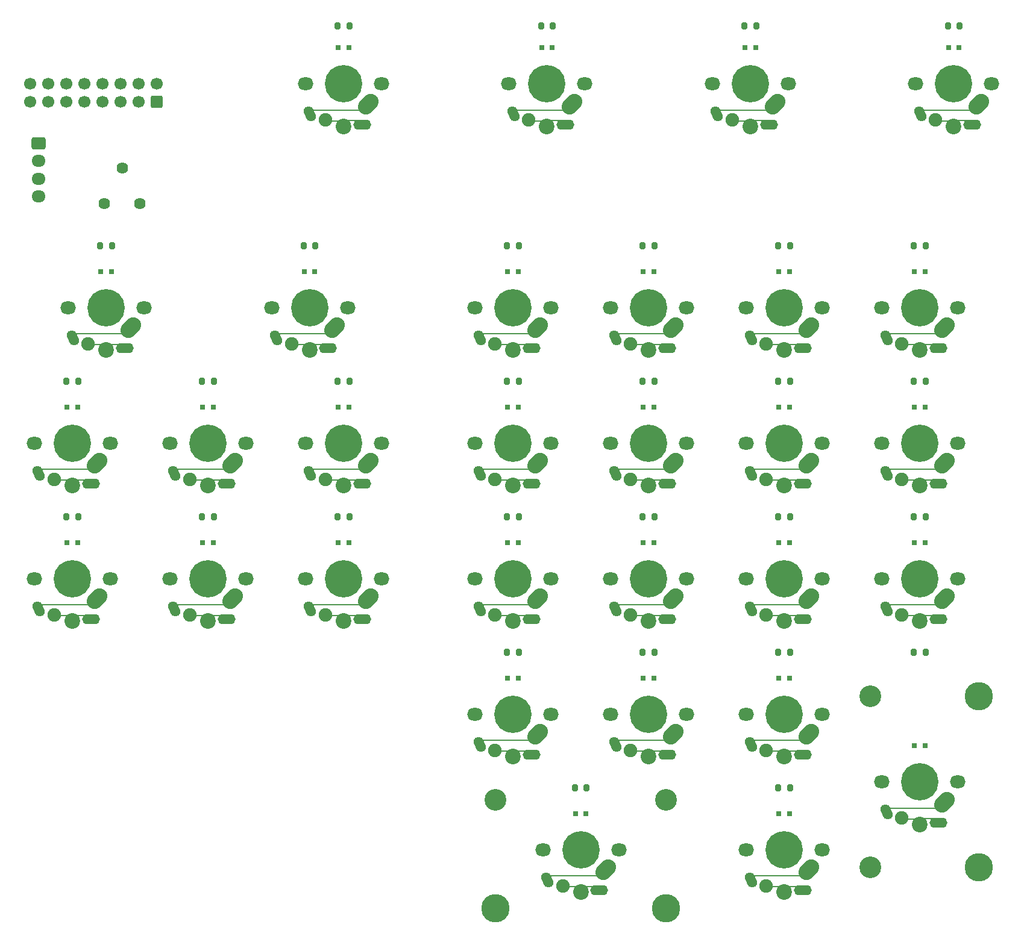
<source format=gbr>
%TF.GenerationSoftware,KiCad,Pcbnew,(7.0.0)*%
%TF.CreationDate,2023-04-09T14:25:35-07:00*%
%TF.ProjectId,SidecarXE85-keyboard,53696465-6361-4725-9845-38352d6b6579,rev?*%
%TF.SameCoordinates,Original*%
%TF.FileFunction,Soldermask,Top*%
%TF.FilePolarity,Negative*%
%FSLAX46Y46*%
G04 Gerber Fmt 4.6, Leading zero omitted, Abs format (unit mm)*
G04 Created by KiCad (PCBNEW (7.0.0)) date 2023-04-09 14:25:35*
%MOMM*%
%LPD*%
G01*
G04 APERTURE LIST*
G04 Aperture macros list*
%AMRoundRect*
0 Rectangle with rounded corners*
0 $1 Rounding radius*
0 $2 $3 $4 $5 $6 $7 $8 $9 X,Y pos of 4 corners*
0 Add a 4 corners polygon primitive as box body*
4,1,4,$2,$3,$4,$5,$6,$7,$8,$9,$2,$3,0*
0 Add four circle primitives for the rounded corners*
1,1,$1+$1,$2,$3*
1,1,$1+$1,$4,$5*
1,1,$1+$1,$6,$7*
1,1,$1+$1,$8,$9*
0 Add four rect primitives between the rounded corners*
20,1,$1+$1,$2,$3,$4,$5,0*
20,1,$1+$1,$4,$5,$6,$7,0*
20,1,$1+$1,$6,$7,$8,$9,0*
20,1,$1+$1,$8,$9,$2,$3,0*%
%AMHorizOval*
0 Thick line with rounded ends*
0 $1 width*
0 $2 $3 position (X,Y) of the first rounded end (center of the circle)*
0 $4 $5 position (X,Y) of the second rounded end (center of the circle)*
0 Add line between two ends*
20,1,$1,$2,$3,$4,$5,0*
0 Add two circle primitives to create the rounded ends*
1,1,$1,$2,$3*
1,1,$1,$4,$5*%
G04 Aperture macros list end*
%ADD10RoundRect,0.200000X0.200000X0.275000X-0.200000X0.275000X-0.200000X-0.275000X0.200000X-0.275000X0*%
%ADD11O,2.200000X1.800000*%
%ADD12C,5.250000*%
%ADD13HorizOval,1.400000X-0.169047X0.362523X0.169047X-0.362523X0*%
%ADD14R,6.832600X0.228600*%
%ADD15HorizOval,2.200000X-0.353553X-0.353553X0.353553X0.353553X0*%
%ADD16C,1.900000*%
%ADD17R,1.312000X0.254000*%
%ADD18C,2.200000*%
%ADD19R,1.758000X0.284000*%
%ADD20O,2.500000X1.400000*%
%ADD21R,0.800000X0.800000*%
%ADD22C,3.048000*%
%ADD23C,3.987800*%
%ADD24C,1.620000*%
%ADD25RoundRect,0.250000X0.600000X-0.600000X0.600000X0.600000X-0.600000X0.600000X-0.600000X-0.600000X0*%
%ADD26C,1.700000*%
%ADD27RoundRect,0.250000X-0.725000X0.600000X-0.725000X-0.600000X0.725000X-0.600000X0.725000X0.600000X0*%
%ADD28O,1.950000X1.700000*%
G04 APERTURE END LIST*
D10*
%TO.C,R6*%
X134175000Y-32146875D03*
X132525000Y-32146875D03*
%TD*%
D11*
%TO.C,SW8*%
X132782499Y-128904999D03*
D12*
X138112500Y-128905000D03*
D11*
X143442499Y-128904999D03*
D13*
X133412499Y-133154999D03*
D14*
X136893299Y-132587999D03*
D15*
X141612499Y-131774999D03*
D16*
X135572500Y-133985000D03*
D17*
X136842499Y-134111999D03*
D18*
X138112500Y-134905000D03*
D19*
X139372499Y-134096999D03*
D20*
X140712499Y-134654999D03*
D21*
X138862499Y-123824999D03*
X137362499Y-123824999D03*
%TD*%
D10*
%TO.C,R28*%
X157987500Y-101203125D03*
X156337500Y-101203125D03*
%TD*%
%TO.C,R11*%
X100837500Y-63103125D03*
X99187500Y-63103125D03*
%TD*%
%TO.C,R24*%
X72262500Y-63103125D03*
X70612500Y-63103125D03*
%TD*%
D11*
%TO.C,SW5*%
X70869999Y-40304999D03*
D12*
X76200000Y-40305000D03*
D11*
X81529999Y-40304999D03*
D13*
X71499999Y-44554999D03*
D14*
X74980799Y-43987999D03*
D15*
X79699999Y-43174999D03*
D16*
X73660000Y-45385000D03*
D17*
X74929999Y-45511999D03*
D18*
X76200000Y-46305000D03*
D19*
X77459999Y-45496999D03*
D20*
X78799999Y-46054999D03*
D21*
X76949999Y-35224999D03*
X75449999Y-35224999D03*
%TD*%
D10*
%TO.C,R16*%
X119887500Y-82153125D03*
X118237500Y-82153125D03*
%TD*%
D11*
%TO.C,SW23*%
X94682499Y-109854999D03*
D12*
X100012500Y-109855000D03*
D11*
X105342499Y-109854999D03*
D13*
X95312499Y-114104999D03*
D14*
X98793299Y-113537999D03*
D15*
X103512499Y-112724999D03*
D16*
X97472500Y-114935000D03*
D17*
X98742499Y-115061999D03*
D18*
X100012500Y-115855000D03*
D19*
X101272499Y-115046999D03*
D20*
X102612499Y-115604999D03*
D21*
X100762499Y-104774999D03*
X99262499Y-104774999D03*
%TD*%
D22*
%TO.C,SW4*%
X97537500Y-140970000D03*
D23*
X97537500Y-156210000D03*
D11*
X104207499Y-147954999D03*
D12*
X109537500Y-147955000D03*
D11*
X114867499Y-147954999D03*
D22*
X121537500Y-140970000D03*
D23*
X121537500Y-156210000D03*
D13*
X104837499Y-152204999D03*
D14*
X108318299Y-151637999D03*
D15*
X113037499Y-150824999D03*
D16*
X106997500Y-153035000D03*
D17*
X108267499Y-153161999D03*
D18*
X109537500Y-153955000D03*
D19*
X110797499Y-153146999D03*
D20*
X112137499Y-153704999D03*
D21*
X110287499Y-142874999D03*
X108787499Y-142874999D03*
%TD*%
D11*
%TO.C,SW11*%
X94682499Y-71754999D03*
D12*
X100012500Y-71755000D03*
D11*
X105342499Y-71754999D03*
D13*
X95312499Y-76004999D03*
D14*
X98793299Y-75437999D03*
D15*
X103512499Y-74624999D03*
D16*
X97472500Y-76835000D03*
D17*
X98742499Y-76961999D03*
D18*
X100012500Y-77755000D03*
D19*
X101272499Y-76946999D03*
D20*
X102612499Y-77504999D03*
D21*
X100762499Y-66674999D03*
X99262499Y-66674999D03*
%TD*%
D10*
%TO.C,R17*%
X100837500Y-82153125D03*
X99187500Y-82153125D03*
%TD*%
%TO.C,R14*%
X38925000Y-101203125D03*
X37275000Y-101203125D03*
%TD*%
D11*
%TO.C,SW27*%
X151832499Y-71754999D03*
D12*
X157162500Y-71755000D03*
D11*
X162492499Y-71754999D03*
D13*
X152462499Y-76004999D03*
D14*
X155943299Y-75437999D03*
D15*
X160662499Y-74624999D03*
D16*
X154622500Y-76835000D03*
D17*
X155892499Y-76961999D03*
D18*
X157162500Y-77755000D03*
D19*
X158422499Y-76946999D03*
D20*
X159762499Y-77504999D03*
D21*
X157912499Y-66674999D03*
X156412499Y-66674999D03*
%TD*%
D10*
%TO.C,R20*%
X57975000Y-101203125D03*
X56325000Y-101203125D03*
%TD*%
%TO.C,R19*%
X57975000Y-82153125D03*
X56325000Y-82153125D03*
%TD*%
%TO.C,R1*%
X157987500Y-82153125D03*
X156337500Y-82153125D03*
%TD*%
D11*
%TO.C,SW18*%
X113732499Y-71754999D03*
D12*
X119062500Y-71755000D03*
D11*
X124392499Y-71754999D03*
D13*
X114362499Y-76004999D03*
D14*
X117843299Y-75437999D03*
D15*
X122562499Y-74624999D03*
D16*
X116522500Y-76835000D03*
D17*
X117792499Y-76961999D03*
D18*
X119062500Y-77755000D03*
D19*
X120322499Y-76946999D03*
D20*
X121662499Y-77504999D03*
D21*
X119812499Y-66674999D03*
X118312499Y-66674999D03*
%TD*%
D11*
%TO.C,SW30*%
X70869999Y-90804999D03*
D12*
X76200000Y-90805000D03*
D11*
X81529999Y-90804999D03*
D13*
X71499999Y-95054999D03*
D14*
X74980799Y-94487999D03*
D15*
X79699999Y-93674999D03*
D16*
X73660000Y-95885000D03*
D17*
X74929999Y-96011999D03*
D18*
X76200000Y-96805000D03*
D19*
X77459999Y-95996999D03*
D20*
X78799999Y-96554999D03*
D21*
X76949999Y-85724999D03*
X75449999Y-85724999D03*
%TD*%
D11*
%TO.C,SW6*%
X128019999Y-40304999D03*
D12*
X133350000Y-40305000D03*
D11*
X138679999Y-40304999D03*
D13*
X128649999Y-44554999D03*
D14*
X132130799Y-43987999D03*
D15*
X136849999Y-43174999D03*
D16*
X130810000Y-45385000D03*
D17*
X132079999Y-45511999D03*
D18*
X133350000Y-46305000D03*
D19*
X134609999Y-45496999D03*
D20*
X135949999Y-46054999D03*
D21*
X134099999Y-35224999D03*
X132599999Y-35224999D03*
%TD*%
D11*
%TO.C,SW9*%
X113732499Y-128904999D03*
D12*
X119062500Y-128905000D03*
D11*
X124392499Y-128904999D03*
D13*
X114362499Y-133154999D03*
D14*
X117843299Y-132587999D03*
D15*
X122562499Y-131774999D03*
D16*
X116522500Y-133985000D03*
D17*
X117792499Y-134111999D03*
D18*
X119062500Y-134905000D03*
D19*
X120322499Y-134096999D03*
D20*
X121662499Y-134654999D03*
D21*
X119812499Y-123824999D03*
X118312499Y-123824999D03*
%TD*%
D11*
%TO.C,SW16*%
X113732499Y-90804999D03*
D12*
X119062500Y-90805000D03*
D11*
X124392499Y-90804999D03*
D13*
X114362499Y-95054999D03*
D14*
X117843299Y-94487999D03*
D15*
X122562499Y-93674999D03*
D16*
X116522500Y-95885000D03*
D17*
X117792499Y-96011999D03*
D18*
X119062500Y-96805000D03*
D19*
X120322499Y-95996999D03*
D20*
X121662499Y-96554999D03*
D21*
X119812499Y-85724999D03*
X118312499Y-85724999D03*
%TD*%
D10*
%TO.C,R29*%
X43687500Y-63103125D03*
X42037500Y-63103125D03*
%TD*%
D22*
%TO.C,SW2*%
X150177500Y-126430000D03*
X150177500Y-150430000D03*
D11*
X151832499Y-138429999D03*
D12*
X157162500Y-138430000D03*
D11*
X162492499Y-138429999D03*
D23*
X165417500Y-126430000D03*
X165417500Y-150430000D03*
D13*
X152462499Y-142679999D03*
D14*
X155943299Y-142112999D03*
D15*
X160662499Y-141299999D03*
D16*
X154622500Y-143510000D03*
D17*
X155892499Y-143636999D03*
D18*
X157162500Y-144430000D03*
D19*
X158422499Y-143621999D03*
D20*
X159762499Y-144179999D03*
D21*
X157912499Y-133349999D03*
X156412499Y-133349999D03*
%TD*%
D10*
%TO.C,R25*%
X77025000Y-101203125D03*
X75375000Y-101203125D03*
%TD*%
%TO.C,R21*%
X138937500Y-101203125D03*
X137287500Y-101203125D03*
%TD*%
%TO.C,R7*%
X38925000Y-82153125D03*
X37275000Y-82153125D03*
%TD*%
%TO.C,R12*%
X105600000Y-32146875D03*
X103950000Y-32146875D03*
%TD*%
%TO.C,R13*%
X162750000Y-32146875D03*
X161100000Y-32146875D03*
%TD*%
D11*
%TO.C,SW15*%
X132782499Y-90804999D03*
D12*
X138112500Y-90805000D03*
D11*
X143442499Y-90804999D03*
D13*
X133412499Y-95054999D03*
D14*
X136893299Y-94487999D03*
D15*
X141612499Y-93674999D03*
D16*
X135572500Y-95885000D03*
D17*
X136842499Y-96011999D03*
D18*
X138112500Y-96805000D03*
D19*
X139372499Y-95996999D03*
D20*
X140712499Y-96554999D03*
D21*
X138862499Y-85724999D03*
X137362499Y-85724999D03*
%TD*%
D10*
%TO.C,R10*%
X100837500Y-120253125D03*
X99187500Y-120253125D03*
%TD*%
D11*
%TO.C,SW3*%
X132782499Y-147954999D03*
D12*
X138112500Y-147955000D03*
D11*
X143442499Y-147954999D03*
D13*
X133412499Y-152204999D03*
D14*
X136893299Y-151637999D03*
D15*
X141612499Y-150824999D03*
D16*
X135572500Y-153035000D03*
D17*
X136842499Y-153161999D03*
D18*
X138112500Y-153955000D03*
D19*
X139372499Y-153146999D03*
D20*
X140712499Y-153704999D03*
D21*
X138862499Y-142874999D03*
X137362499Y-142874999D03*
%TD*%
D11*
%TO.C,SW13*%
X156594999Y-40304999D03*
D12*
X161925000Y-40305000D03*
D11*
X167254999Y-40304999D03*
D13*
X157224999Y-44554999D03*
D14*
X160705799Y-43987999D03*
D15*
X165424999Y-43174999D03*
D16*
X159385000Y-45385000D03*
D17*
X160654999Y-45511999D03*
D18*
X161925000Y-46305000D03*
D19*
X163184999Y-45496999D03*
D20*
X164524999Y-46054999D03*
D21*
X162674999Y-35224999D03*
X161174999Y-35224999D03*
%TD*%
D11*
%TO.C,SW29*%
X37532499Y-71754999D03*
D12*
X42862500Y-71755000D03*
D11*
X48192499Y-71754999D03*
D13*
X38162499Y-76004999D03*
D14*
X41643299Y-75437999D03*
D15*
X46362499Y-74624999D03*
D16*
X40322500Y-76835000D03*
D17*
X41592499Y-76961999D03*
D18*
X42862500Y-77755000D03*
D19*
X44122499Y-76946999D03*
D20*
X45462499Y-77504999D03*
D21*
X43612499Y-66674999D03*
X42112499Y-66674999D03*
%TD*%
D11*
%TO.C,SW24*%
X66107499Y-71754999D03*
D12*
X71437500Y-71755000D03*
D11*
X76767499Y-71754999D03*
D13*
X66737499Y-76004999D03*
D14*
X70218299Y-75437999D03*
D15*
X74937499Y-74624999D03*
D16*
X68897500Y-76835000D03*
D17*
X70167499Y-76961999D03*
D18*
X71437500Y-77755000D03*
D19*
X72697499Y-76946999D03*
D20*
X74037499Y-77504999D03*
D21*
X72187499Y-66674999D03*
X70687499Y-66674999D03*
%TD*%
D10*
%TO.C,R23*%
X100837500Y-101203125D03*
X99187500Y-101203125D03*
%TD*%
%TO.C,R27*%
X157987500Y-63103125D03*
X156337500Y-63103125D03*
%TD*%
%TO.C,R8*%
X138937500Y-120253125D03*
X137287500Y-120253125D03*
%TD*%
%TO.C,R22*%
X119887500Y-101203125D03*
X118237500Y-101203125D03*
%TD*%
%TO.C,R5*%
X77025000Y-32146875D03*
X75375000Y-32146875D03*
%TD*%
D11*
%TO.C,SW26*%
X132782499Y-71754999D03*
D12*
X138112500Y-71755000D03*
D11*
X143442499Y-71754999D03*
D13*
X133412499Y-76004999D03*
D14*
X136893299Y-75437999D03*
D15*
X141612499Y-74624999D03*
D16*
X135572500Y-76835000D03*
D17*
X136842499Y-76961999D03*
D18*
X138112500Y-77755000D03*
D19*
X139372499Y-76946999D03*
D20*
X140712499Y-77504999D03*
D21*
X138862499Y-66674999D03*
X137362499Y-66674999D03*
%TD*%
D10*
%TO.C,R3*%
X138937500Y-139303125D03*
X137287500Y-139303125D03*
%TD*%
D11*
%TO.C,SW20*%
X51819999Y-109854999D03*
D12*
X57150000Y-109855000D03*
D11*
X62479999Y-109854999D03*
D13*
X52449999Y-114104999D03*
D14*
X55930799Y-113537999D03*
D15*
X60649999Y-112724999D03*
D16*
X54610000Y-114935000D03*
D17*
X55879999Y-115061999D03*
D18*
X57150000Y-115855000D03*
D19*
X58409999Y-115046999D03*
D20*
X59749999Y-115604999D03*
D21*
X57899999Y-104774999D03*
X56399999Y-104774999D03*
%TD*%
D10*
%TO.C,R30*%
X77025000Y-82153125D03*
X75375000Y-82153125D03*
%TD*%
%TO.C,R26*%
X138937500Y-63103125D03*
X137287500Y-63103125D03*
%TD*%
D11*
%TO.C,SW17*%
X94682499Y-90804999D03*
D12*
X100012500Y-90805000D03*
D11*
X105342499Y-90804999D03*
D13*
X95312499Y-95054999D03*
D14*
X98793299Y-94487999D03*
D15*
X103512499Y-93674999D03*
D16*
X97472500Y-95885000D03*
D17*
X98742499Y-96011999D03*
D18*
X100012500Y-96805000D03*
D19*
X101272499Y-95996999D03*
D20*
X102612499Y-96554999D03*
D21*
X100762499Y-85724999D03*
X99262499Y-85724999D03*
%TD*%
D11*
%TO.C,SW21*%
X132782499Y-109854999D03*
D12*
X138112500Y-109855000D03*
D11*
X143442499Y-109854999D03*
D13*
X133412499Y-114104999D03*
D14*
X136893299Y-113537999D03*
D15*
X141612499Y-112724999D03*
D16*
X135572500Y-114935000D03*
D17*
X136842499Y-115061999D03*
D18*
X138112500Y-115855000D03*
D19*
X139372499Y-115046999D03*
D20*
X140712499Y-115604999D03*
D21*
X138862499Y-104774999D03*
X137362499Y-104774999D03*
%TD*%
D10*
%TO.C,R18*%
X119887500Y-63103125D03*
X118237500Y-63103125D03*
%TD*%
D11*
%TO.C,SW7*%
X32769999Y-90804999D03*
D12*
X38100000Y-90805000D03*
D11*
X43429999Y-90804999D03*
D13*
X33399999Y-95054999D03*
D14*
X36880799Y-94487999D03*
D15*
X41599999Y-93674999D03*
D16*
X35560000Y-95885000D03*
D17*
X36829999Y-96011999D03*
D18*
X38100000Y-96805000D03*
D19*
X39359999Y-95996999D03*
D20*
X40699999Y-96554999D03*
D21*
X38849999Y-85724999D03*
X37349999Y-85724999D03*
%TD*%
D11*
%TO.C,SW22*%
X113732499Y-109854999D03*
D12*
X119062500Y-109855000D03*
D11*
X124392499Y-109854999D03*
D13*
X114362499Y-114104999D03*
D14*
X117843299Y-113537999D03*
D15*
X122562499Y-112724999D03*
D16*
X116522500Y-114935000D03*
D17*
X117792499Y-115061999D03*
D18*
X119062500Y-115855000D03*
D19*
X120322499Y-115046999D03*
D20*
X121662499Y-115604999D03*
D21*
X119812499Y-104774999D03*
X118312499Y-104774999D03*
%TD*%
D11*
%TO.C,SW25*%
X70869999Y-109854999D03*
D12*
X76200000Y-109855000D03*
D11*
X81529999Y-109854999D03*
D13*
X71499999Y-114104999D03*
D14*
X74980799Y-113537999D03*
D15*
X79699999Y-112724999D03*
D16*
X73660000Y-114935000D03*
D17*
X74929999Y-115061999D03*
D18*
X76200000Y-115855000D03*
D19*
X77459999Y-115046999D03*
D20*
X78799999Y-115604999D03*
D21*
X76949999Y-104774999D03*
X75449999Y-104774999D03*
%TD*%
D11*
%TO.C,SW12*%
X99444999Y-40304999D03*
D12*
X104775000Y-40305000D03*
D11*
X110104999Y-40304999D03*
D13*
X100074999Y-44554999D03*
D14*
X103555799Y-43987999D03*
D15*
X108274999Y-43174999D03*
D16*
X102235000Y-45385000D03*
D17*
X103504999Y-45511999D03*
D18*
X104775000Y-46305000D03*
D19*
X106034999Y-45496999D03*
D20*
X107374999Y-46054999D03*
D21*
X105524999Y-35224999D03*
X104024999Y-35224999D03*
%TD*%
D11*
%TO.C,SW19*%
X51819999Y-90804999D03*
D12*
X57150000Y-90805000D03*
D11*
X62479999Y-90804999D03*
D13*
X52449999Y-95054999D03*
D14*
X55930799Y-94487999D03*
D15*
X60649999Y-93674999D03*
D16*
X54610000Y-95885000D03*
D17*
X55879999Y-96011999D03*
D18*
X57150000Y-96805000D03*
D19*
X58409999Y-95996999D03*
D20*
X59749999Y-96554999D03*
D21*
X57899999Y-85724999D03*
X56399999Y-85724999D03*
%TD*%
D11*
%TO.C,SW1*%
X151832499Y-90804999D03*
D12*
X157162500Y-90805000D03*
D11*
X162492499Y-90804999D03*
D13*
X152462499Y-95054999D03*
D14*
X155943299Y-94487999D03*
D15*
X160662499Y-93674999D03*
D16*
X154622500Y-95885000D03*
D17*
X155892499Y-96011999D03*
D18*
X157162500Y-96805000D03*
D19*
X158422499Y-95996999D03*
D20*
X159762499Y-96554999D03*
D21*
X157912499Y-85724999D03*
X156412499Y-85724999D03*
%TD*%
D10*
%TO.C,R2*%
X157987500Y-120253125D03*
X156337500Y-120253125D03*
%TD*%
D24*
%TO.C,RV1*%
X47625000Y-57150000D03*
X45125000Y-52150000D03*
X42625000Y-57150000D03*
%TD*%
D11*
%TO.C,SW28*%
X151832499Y-109854999D03*
D12*
X157162500Y-109855000D03*
D11*
X162492499Y-109854999D03*
D13*
X152462499Y-114104999D03*
D14*
X155943299Y-113537999D03*
D15*
X160662499Y-112724999D03*
D16*
X154622500Y-114935000D03*
D17*
X155892499Y-115061999D03*
D18*
X157162500Y-115855000D03*
D19*
X158422499Y-115046999D03*
D20*
X159762499Y-115604999D03*
D21*
X157912499Y-104774999D03*
X156412499Y-104774999D03*
%TD*%
D11*
%TO.C,SW10*%
X94682499Y-128904999D03*
D12*
X100012500Y-128905000D03*
D11*
X105342499Y-128904999D03*
D13*
X95312499Y-133154999D03*
D14*
X98793299Y-132587999D03*
D15*
X103512499Y-131774999D03*
D16*
X97472500Y-133985000D03*
D17*
X98742499Y-134111999D03*
D18*
X100012500Y-134905000D03*
D19*
X101272499Y-134096999D03*
D20*
X102612499Y-134654999D03*
D21*
X100762499Y-123824999D03*
X99262499Y-123824999D03*
%TD*%
D10*
%TO.C,R4*%
X110362500Y-139303125D03*
X108712500Y-139303125D03*
%TD*%
%TO.C,R15*%
X138937500Y-82153125D03*
X137287500Y-82153125D03*
%TD*%
%TO.C,R9*%
X119887500Y-120253125D03*
X118237500Y-120253125D03*
%TD*%
D11*
%TO.C,SW14*%
X32769999Y-109854999D03*
D12*
X38100000Y-109855000D03*
D11*
X43429999Y-109854999D03*
D13*
X33399999Y-114104999D03*
D14*
X36880799Y-113537999D03*
D15*
X41599999Y-112724999D03*
D16*
X35560000Y-114935000D03*
D17*
X36829999Y-115061999D03*
D18*
X38100000Y-115855000D03*
D19*
X39359999Y-115046999D03*
D20*
X40699999Y-115604999D03*
D21*
X38849999Y-104774999D03*
X37349999Y-104774999D03*
%TD*%
D25*
%TO.C,J2*%
X50006250Y-42862500D03*
D26*
X50006250Y-40322500D03*
X47466250Y-42862500D03*
X47466250Y-40322500D03*
X44926250Y-42862500D03*
X44926250Y-40322500D03*
X42386250Y-42862500D03*
X42386250Y-40322500D03*
X39846250Y-42862500D03*
X39846250Y-40322500D03*
X37306250Y-42862500D03*
X37306250Y-40322500D03*
X34766250Y-42862500D03*
X34766250Y-40322500D03*
X32226250Y-42862500D03*
X32226250Y-40322500D03*
%TD*%
D27*
%TO.C,J3*%
X33337500Y-48637500D03*
D28*
X33337499Y-51137499D03*
X33337499Y-53637499D03*
X33337499Y-56137499D03*
%TD*%
M02*

</source>
